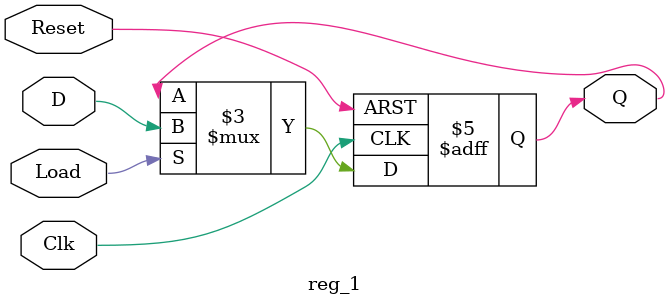
<source format=sv>
module reg_1 (input  logic Clk, Load, Reset, D,	// D flipflop inputs with load enable
				 output logic Q);							// output
		
		always_ff @ (posedge Clk or posedge Reset)
		begin	
				if (Reset)				// on reset, default to 0
					Q <= 1'b0;
				else	
					if (Load)			// on load, output equals input
						Q <= D;
					else	
						Q <= Q;			// else maintain value
		end
		
endmodule
</source>
